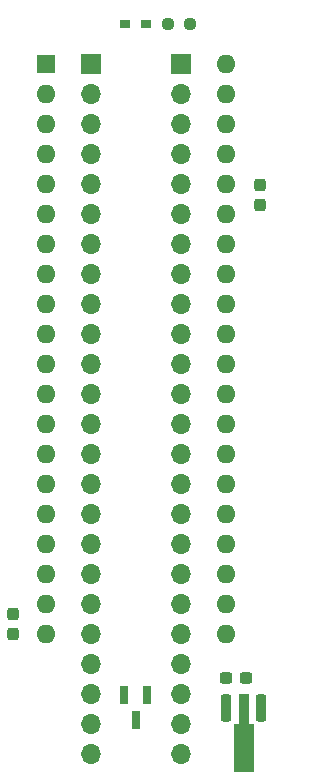
<source format=gbr>
G04 #@! TF.GenerationSoftware,KiCad,Pcbnew,8.0.4+dfsg-1*
G04 #@! TF.CreationDate,2025-02-22T20:19:49+09:00*
G04 #@! TF.ProjectId,bionic-tms9981-ldo,62696f6e-6963-42d7-946d-73393938312d,2*
G04 #@! TF.SameCoordinates,Original*
G04 #@! TF.FileFunction,Soldermask,Top*
G04 #@! TF.FilePolarity,Negative*
%FSLAX46Y46*%
G04 Gerber Fmt 4.6, Leading zero omitted, Abs format (unit mm)*
G04 Created by KiCad (PCBNEW 8.0.4+dfsg-1) date 2025-02-22 20:19:49*
%MOMM*%
%LPD*%
G01*
G04 APERTURE LIST*
G04 Aperture macros list*
%AMRoundRect*
0 Rectangle with rounded corners*
0 $1 Rounding radius*
0 $2 $3 $4 $5 $6 $7 $8 $9 X,Y pos of 4 corners*
0 Add a 4 corners polygon primitive as box body*
4,1,4,$2,$3,$4,$5,$6,$7,$8,$9,$2,$3,0*
0 Add four circle primitives for the rounded corners*
1,1,$1+$1,$2,$3*
1,1,$1+$1,$4,$5*
1,1,$1+$1,$6,$7*
1,1,$1+$1,$8,$9*
0 Add four rect primitives between the rounded corners*
20,1,$1+$1,$2,$3,$4,$5,0*
20,1,$1+$1,$4,$5,$6,$7,0*
20,1,$1+$1,$6,$7,$8,$9,0*
20,1,$1+$1,$8,$9,$2,$3,0*%
%AMFreePoly0*
4,1,9,5.362500,-0.866500,1.237500,-0.866500,1.237500,-0.450000,-1.237500,-0.450000,-1.237500,0.450000,1.237500,0.450000,1.237500,0.866500,5.362500,0.866500,5.362500,-0.866500,5.362500,-0.866500,$1*%
G04 Aperture macros list end*
%ADD10RoundRect,0.225000X-0.225000X0.925000X-0.225000X-0.925000X0.225000X-0.925000X0.225000X0.925000X0*%
%ADD11FreePoly0,270.000000*%
%ADD12R,0.660400X1.625600*%
%ADD13R,1.600000X1.600000*%
%ADD14O,1.600000X1.600000*%
%ADD15O,1.700000X1.700000*%
%ADD16R,1.700000X1.700000*%
%ADD17R,0.965200X0.762000*%
%ADD18RoundRect,0.237500X-0.250000X-0.237500X0.250000X-0.237500X0.250000X0.237500X-0.250000X0.237500X0*%
%ADD19RoundRect,0.237500X-0.300000X-0.237500X0.300000X-0.237500X0.300000X0.237500X-0.300000X0.237500X0*%
%ADD20RoundRect,0.237500X0.237500X-0.300000X0.237500X0.300000X-0.237500X0.300000X-0.237500X-0.300000X0*%
%ADD21RoundRect,0.237500X-0.237500X0.300000X-0.237500X-0.300000X0.237500X-0.300000X0.237500X0.300000X0*%
G04 APERTURE END LIST*
D10*
X124344000Y-129602500D03*
D11*
X122844000Y-129690000D03*
D10*
X121344000Y-129602500D03*
D12*
X114665200Y-128470800D03*
X112765198Y-128470800D03*
X113715199Y-130602800D03*
D13*
X106080000Y-75080000D03*
D14*
X106080000Y-77620000D03*
X106080000Y-80160000D03*
X106080000Y-82700000D03*
X106080000Y-85240000D03*
X106080000Y-87780000D03*
X106080000Y-90320000D03*
X106080000Y-92860000D03*
X106080000Y-95400000D03*
X106080000Y-97940000D03*
X106080000Y-100480000D03*
X106080000Y-103020000D03*
X106080000Y-105560000D03*
X106080000Y-108100000D03*
X106080000Y-110640000D03*
X106080000Y-113180000D03*
X106080000Y-115720000D03*
X106080000Y-118260000D03*
X106080000Y-120800000D03*
X106080000Y-123340000D03*
X121320000Y-123340000D03*
X121320000Y-120800000D03*
X121320000Y-118260000D03*
X121320000Y-115720000D03*
X121320000Y-113180000D03*
X121320000Y-110640000D03*
X121320000Y-108100000D03*
X121320000Y-105560000D03*
X121320000Y-103020000D03*
X121320000Y-100480000D03*
X121320000Y-97940000D03*
X121320000Y-95400000D03*
X121320000Y-92860000D03*
X121320000Y-90320000D03*
X121320000Y-87780000D03*
X121320000Y-85240000D03*
X121320000Y-82700000D03*
X121320000Y-80160000D03*
X121320000Y-77620000D03*
X121320000Y-75080000D03*
D15*
X117510000Y-133500000D03*
X117510000Y-130960000D03*
X117510000Y-128420000D03*
X117510000Y-125880000D03*
X117510000Y-123340000D03*
X117510000Y-120800000D03*
X117510000Y-118260000D03*
X117510000Y-115720000D03*
X117510000Y-113180000D03*
X117510000Y-110640000D03*
X117510000Y-108100000D03*
X117510000Y-105560000D03*
X117510000Y-103020000D03*
X117510000Y-100480000D03*
X117510000Y-97940000D03*
X117510000Y-95400000D03*
X117510000Y-92860000D03*
X117510000Y-90320000D03*
X117510000Y-87780000D03*
X117510000Y-85240000D03*
X117510000Y-82700000D03*
X117510000Y-80160000D03*
X117510000Y-77620000D03*
D16*
X117510000Y-75080000D03*
X109890000Y-75080000D03*
D15*
X109890000Y-77620000D03*
X109890000Y-80160000D03*
X109890000Y-82700000D03*
X109890000Y-85240000D03*
X109890000Y-87780000D03*
X109890000Y-90320000D03*
X109890000Y-92860000D03*
X109890000Y-95400000D03*
X109890000Y-97940000D03*
X109890000Y-100480000D03*
X109890000Y-103020000D03*
X109890000Y-105560000D03*
X109890000Y-108100000D03*
X109890000Y-110640000D03*
X109890000Y-113180000D03*
X109890000Y-115720000D03*
X109890000Y-118260000D03*
X109890000Y-120800000D03*
X109890000Y-123340000D03*
X109890000Y-125880000D03*
X109890000Y-128420000D03*
X109890000Y-130960000D03*
X109890000Y-133500000D03*
D17*
X114576300Y-71651000D03*
X112823700Y-71651000D03*
D18*
X116470500Y-71651000D03*
X118295500Y-71651000D03*
D19*
X121322500Y-127062500D03*
X123047500Y-127062500D03*
D20*
X103336800Y-123338900D03*
X103336800Y-121613900D03*
D21*
X124215600Y-85266500D03*
X124215600Y-86991500D03*
M02*

</source>
